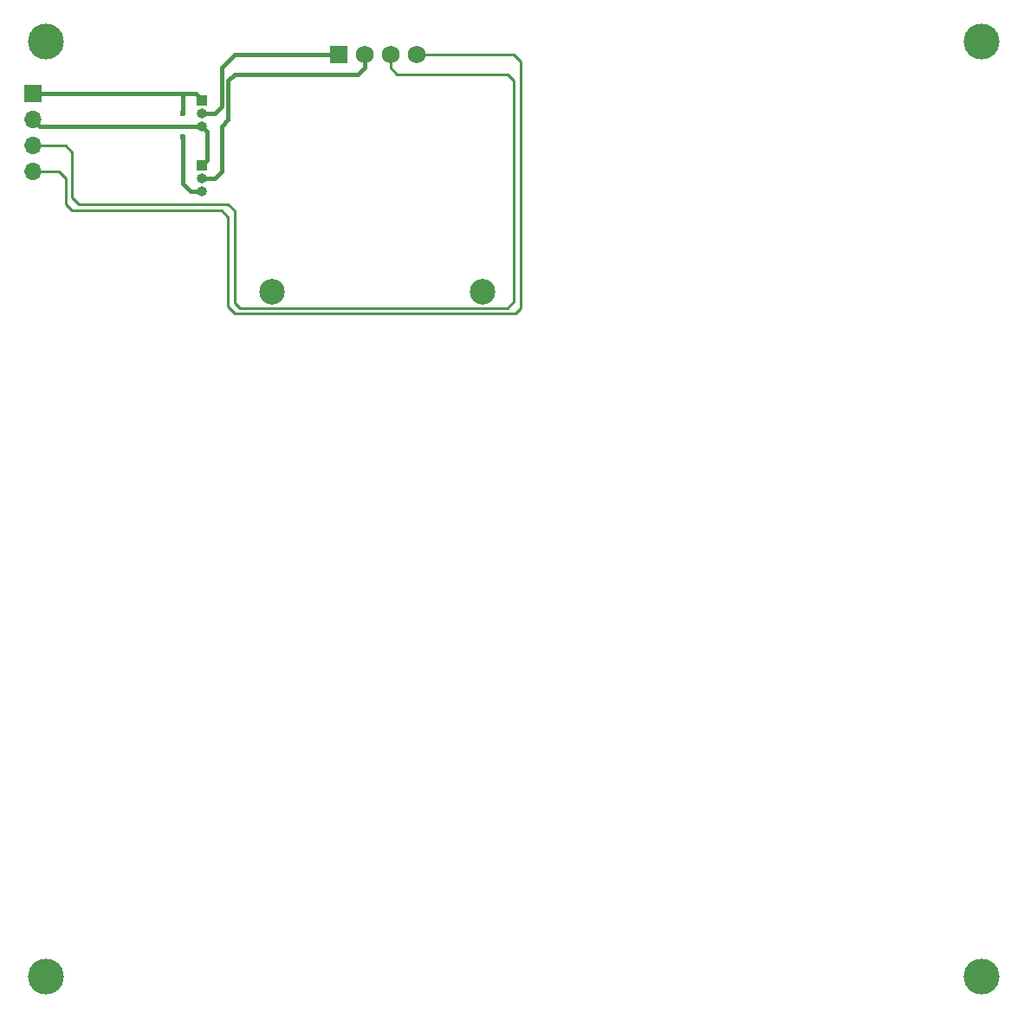
<source format=gbl>
G04 #@! TF.GenerationSoftware,KiCad,Pcbnew,(5.1.8)-1*
G04 #@! TF.CreationDate,2021-01-22T22:50:40+01:00*
G04 #@! TF.ProjectId,C64 Pi1541-II FaceplateB,43363420-5069-4313-9534-312d49492046,rev?*
G04 #@! TF.SameCoordinates,Original*
G04 #@! TF.FileFunction,Copper,L2,Bot*
G04 #@! TF.FilePolarity,Positive*
%FSLAX46Y46*%
G04 Gerber Fmt 4.6, Leading zero omitted, Abs format (unit mm)*
G04 Created by KiCad (PCBNEW (5.1.8)-1) date 2021-01-22 22:50:40*
%MOMM*%
%LPD*%
G01*
G04 APERTURE LIST*
G04 #@! TA.AperFunction,WasherPad*
%ADD10C,2.500000*%
G04 #@! TD*
G04 #@! TA.AperFunction,ComponentPad*
%ADD11R,1.727200X1.727200*%
G04 #@! TD*
G04 #@! TA.AperFunction,ComponentPad*
%ADD12C,1.727200*%
G04 #@! TD*
G04 #@! TA.AperFunction,WasherPad*
%ADD13C,3.500000*%
G04 #@! TD*
G04 #@! TA.AperFunction,ComponentPad*
%ADD14O,1.700000X1.700000*%
G04 #@! TD*
G04 #@! TA.AperFunction,ComponentPad*
%ADD15R,1.700000X1.700000*%
G04 #@! TD*
G04 #@! TA.AperFunction,SMDPad,CuDef*
%ADD16O,1.000000X1.000000*%
G04 #@! TD*
G04 #@! TA.AperFunction,SMDPad,CuDef*
%ADD17R,1.000000X1.000000*%
G04 #@! TD*
G04 #@! TA.AperFunction,ViaPad*
%ADD18C,0.600000*%
G04 #@! TD*
G04 #@! TA.AperFunction,Conductor*
%ADD19C,0.381000*%
G04 #@! TD*
G04 #@! TA.AperFunction,Conductor*
%ADD20C,0.250000*%
G04 #@! TD*
G04 APERTURE END LIST*
D10*
X118250000Y-82255000D03*
X97650000Y-82255000D03*
D11*
X104140000Y-59055000D03*
D12*
X106680000Y-59055000D03*
X109220000Y-59055000D03*
X111760000Y-59055000D03*
D13*
X75565000Y-149225000D03*
X167005000Y-149225000D03*
X167005000Y-57785000D03*
X75565000Y-57785000D03*
D14*
X74295000Y-70485000D03*
X74295000Y-67945000D03*
X74295000Y-65405000D03*
D15*
X74295000Y-62865000D03*
D16*
X90805000Y-66040000D03*
X90805000Y-64770000D03*
D17*
X90805000Y-63500000D03*
X90805000Y-69850000D03*
D16*
X90805000Y-71120000D03*
X90805000Y-72390000D03*
D18*
X88900000Y-64770000D03*
X88900000Y-67056000D03*
D19*
X90170000Y-62865000D02*
X90805000Y-63500000D01*
X74295000Y-62865000D02*
X88773000Y-62865000D01*
X88773000Y-62865000D02*
X90170000Y-62865000D01*
X88773000Y-62865000D02*
X88900000Y-62992000D01*
X88900000Y-62992000D02*
X88900000Y-64770000D01*
X88900000Y-71628000D02*
X88900000Y-67056000D01*
X89662000Y-72390000D02*
X88900000Y-71628000D01*
X90805000Y-72390000D02*
X89662000Y-72390000D01*
X90805000Y-66040000D02*
X91304999Y-66539999D01*
X91304999Y-69350001D02*
X90805000Y-69850000D01*
X91304999Y-66539999D02*
X91304999Y-69350001D01*
X74930000Y-66040000D02*
X74295000Y-65405000D01*
X90805000Y-66040000D02*
X74930000Y-66040000D01*
X106680000Y-60325000D02*
X106680000Y-59055000D01*
X106045000Y-60960000D02*
X106680000Y-60325000D01*
X93980000Y-60960000D02*
X106045000Y-60960000D01*
X93345000Y-61595000D02*
X93980000Y-60960000D01*
X92075000Y-71120000D02*
X92710000Y-70485000D01*
X90805000Y-71120000D02*
X92075000Y-71120000D01*
X92710000Y-66040000D02*
X93345000Y-65405000D01*
X92710000Y-70485000D02*
X92710000Y-66040000D01*
X93345000Y-65405000D02*
X93345000Y-61595000D01*
D20*
X121285000Y-83185000D02*
X120650000Y-83820000D01*
X120650000Y-83820000D02*
X94488000Y-83820000D01*
X109220000Y-60325000D02*
X109855000Y-60960000D01*
X109220000Y-59055000D02*
X109220000Y-60325000D01*
X109855000Y-60960000D02*
X120650000Y-60960000D01*
X120650000Y-60960000D02*
X121285000Y-61595000D01*
X94488000Y-83820000D02*
X93980000Y-83312000D01*
X121285000Y-61595000D02*
X121285000Y-83185000D01*
X93980000Y-74295000D02*
X93345000Y-73660000D01*
X93980000Y-83312000D02*
X93980000Y-74295000D01*
X93345000Y-73660000D02*
X78740000Y-73660000D01*
X78740000Y-73660000D02*
X78105000Y-73025000D01*
X78105000Y-68580000D02*
X77470000Y-67945000D01*
X78105000Y-73025000D02*
X78105000Y-68580000D01*
X77470000Y-67945000D02*
X74295000Y-67945000D01*
X121285000Y-59055000D02*
X121920000Y-59690000D01*
X111760000Y-59055000D02*
X121285000Y-59055000D01*
X93980000Y-84328000D02*
X93345000Y-83693000D01*
X121920000Y-83820000D02*
X121412000Y-84328000D01*
X121920000Y-59690000D02*
X121920000Y-83820000D01*
X121412000Y-84328000D02*
X93980000Y-84328000D01*
X74295000Y-70485000D02*
X76835000Y-70485000D01*
X76835000Y-70485000D02*
X77470000Y-71120000D01*
X77470000Y-71120000D02*
X77470000Y-73660000D01*
X77470000Y-73660000D02*
X78105000Y-74295000D01*
X92710000Y-74295000D02*
X93345000Y-74930000D01*
X78105000Y-74295000D02*
X92710000Y-74295000D01*
X93345000Y-83693000D02*
X93345000Y-74930000D01*
D19*
X92710000Y-64135000D02*
X92710000Y-60325000D01*
X93980000Y-59055000D02*
X104140000Y-59055000D01*
X92710000Y-60325000D02*
X93980000Y-59055000D01*
X90805000Y-64770000D02*
X92075000Y-64770000D01*
X92075000Y-64770000D02*
X92710000Y-64135000D01*
M02*

</source>
